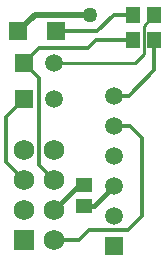
<source format=gtl>
G04*
G04 #@! TF.GenerationSoftware,Altium Limited,Altium Designer,18.0.12 (696)*
G04*
G04 Layer_Physical_Order=1*
G04 Layer_Color=255*
%FSAX24Y24*%
%MOIN*%
G70*
G01*
G75*
%ADD24R,0.0571X0.0453*%
%ADD25R,0.0600X0.0600*%
%ADD26R,0.0453X0.0571*%
%ADD27C,0.0120*%
%ADD28C,0.0150*%
%ADD29C,0.0100*%
%ADD30C,0.0200*%
%ADD31R,0.0591X0.0591*%
%ADD32C,0.0591*%
%ADD33R,0.0591X0.0591*%
%ADD34C,0.0680*%
%ADD35R,0.0680X0.0680*%
%ADD36C,0.0500*%
D24*
X003000Y002126D02*
D03*
X003000Y002834D02*
D03*
D25*
X002080Y007950D02*
D03*
X000820Y007950D02*
D03*
D26*
X005350Y007650D02*
D03*
X004641Y007650D02*
D03*
X004646Y008500D02*
D03*
X005354Y008500D02*
D03*
D27*
X004470Y001320D02*
X004950Y001800D01*
X003170Y001320D02*
X004470Y001320D01*
X002850Y001000D02*
X003170Y001320D01*
X004950Y001800D02*
X004950Y004390D01*
X004540Y004800D02*
X004950Y004390D01*
X004000Y004800D02*
X004540Y004800D01*
X002080Y007950D02*
X003450Y007950D01*
X004000Y008500D01*
X004646Y008500D01*
X004600Y007650D02*
X004641Y007650D01*
X003400Y007650D02*
X004600Y007650D01*
X003150Y007400D02*
X003400Y007650D01*
X001500Y007400D02*
X003150Y007400D01*
X001000Y006900D02*
X001500Y007400D01*
X002000Y001000D02*
X002850Y001000D01*
X001000Y006900D02*
X001500Y006400D01*
X001500Y003500D02*
X001500Y006400D01*
X001500Y003500D02*
X002000Y003000D01*
X000400Y003600D02*
X001000Y003000D01*
X000400Y003600D02*
X000400Y005100D01*
X001000Y005700D01*
X005350Y006650D02*
X005350Y007650D01*
X004500Y005800D02*
X005350Y006650D01*
X004000Y005800D02*
X004500Y005800D01*
D28*
X002834Y002834D02*
X003000Y002834D01*
X002000Y002000D02*
X002834Y002834D01*
X003000Y002126D02*
X003326Y002126D01*
X004000Y002800D01*
D29*
X005000Y008146D02*
X005354Y008500D01*
X005000Y007200D02*
X005000Y008146D01*
X004700Y006900D02*
X005000Y007200D01*
X002000Y006900D02*
X004700Y006900D01*
D30*
X001370Y008500D02*
X003200Y008500D01*
X000820Y007950D02*
X001370Y008500D01*
D31*
X001000Y006900D02*
D03*
X001000Y005700D02*
D03*
D32*
X002000Y006900D02*
D03*
X004000Y001800D02*
D03*
X004000Y002800D02*
D03*
X004000Y003800D02*
D03*
X004000Y004800D02*
D03*
X004000Y005800D02*
D03*
X002000Y005700D02*
D03*
D33*
X004000Y000800D02*
D03*
D34*
X002000Y003000D02*
D03*
X001000Y003000D02*
D03*
X002000Y002000D02*
D03*
X001000Y002000D02*
D03*
X002000Y001000D02*
D03*
X001000Y004000D02*
D03*
X002000Y004000D02*
D03*
D35*
X001000Y001000D02*
D03*
D36*
X003200Y008500D02*
D03*
M02*

</source>
